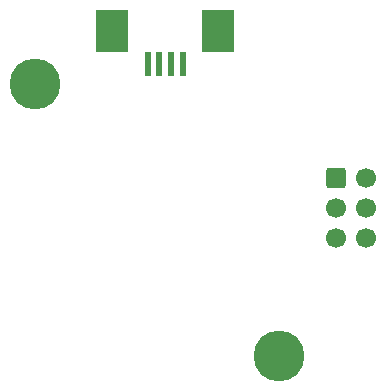
<source format=gbr>
%TF.GenerationSoftware,KiCad,Pcbnew,8.0.6*%
%TF.CreationDate,2025-02-12T14:20:06-05:00*%
%TF.ProjectId,module led hall,6d6f6475-6c65-4206-9c65-642068616c6c,rev?*%
%TF.SameCoordinates,Original*%
%TF.FileFunction,Soldermask,Top*%
%TF.FilePolarity,Negative*%
%FSLAX46Y46*%
G04 Gerber Fmt 4.6, Leading zero omitted, Abs format (unit mm)*
G04 Created by KiCad (PCBNEW 8.0.6) date 2025-02-12 14:20:06*
%MOMM*%
%LPD*%
G01*
G04 APERTURE LIST*
G04 Aperture macros list*
%AMRoundRect*
0 Rectangle with rounded corners*
0 $1 Rounding radius*
0 $2 $3 $4 $5 $6 $7 $8 $9 X,Y pos of 4 corners*
0 Add a 4 corners polygon primitive as box body*
4,1,4,$2,$3,$4,$5,$6,$7,$8,$9,$2,$3,0*
0 Add four circle primitives for the rounded corners*
1,1,$1+$1,$2,$3*
1,1,$1+$1,$4,$5*
1,1,$1+$1,$6,$7*
1,1,$1+$1,$8,$9*
0 Add four rect primitives between the rounded corners*
20,1,$1+$1,$2,$3,$4,$5,0*
20,1,$1+$1,$4,$5,$6,$7,0*
20,1,$1+$1,$6,$7,$8,$9,0*
20,1,$1+$1,$8,$9,$2,$3,0*%
G04 Aperture macros list end*
%ADD10RoundRect,0.250000X-0.600000X-0.600000X0.600000X-0.600000X0.600000X0.600000X-0.600000X0.600000X0*%
%ADD11C,1.700000*%
%ADD12R,0.610000X2.000000*%
%ADD13R,2.680000X3.600000*%
%ADD14C,4.300000*%
G04 APERTURE END LIST*
D10*
%TO.C,J1*%
X114500000Y-97000000D03*
D11*
X117040000Y-97000000D03*
X114500000Y-99540000D03*
X117040000Y-99540000D03*
X114500000Y-102080000D03*
X117040000Y-102080000D03*
%TD*%
D12*
%TO.C,J2*%
X101550000Y-87340000D03*
X100550000Y-87340000D03*
X99550000Y-87340000D03*
X98550000Y-87340000D03*
D13*
X104540000Y-84540000D03*
X95560000Y-84540000D03*
%TD*%
D14*
%TO.C,H1*%
X88980000Y-89090000D03*
%TD*%
%TO.C,H3*%
X109700000Y-112110000D03*
%TD*%
M02*

</source>
